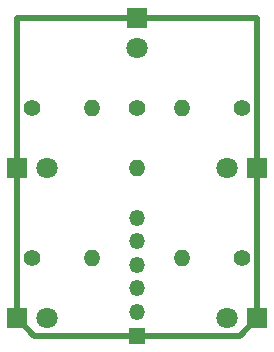
<source format=gbr>
%TF.GenerationSoftware,KiCad,Pcbnew,7.0.8*%
%TF.CreationDate,2023-11-19T13:08:37-05:00*%
%TF.ProjectId,Light Pcb,4c696768-7420-4506-9362-2e6b69636164,rev?*%
%TF.SameCoordinates,Original*%
%TF.FileFunction,Copper,L2,Bot*%
%TF.FilePolarity,Positive*%
%FSLAX46Y46*%
G04 Gerber Fmt 4.6, Leading zero omitted, Abs format (unit mm)*
G04 Created by KiCad (PCBNEW 7.0.8) date 2023-11-19 13:08:37*
%MOMM*%
%LPD*%
G01*
G04 APERTURE LIST*
%TA.AperFunction,ComponentPad*%
%ADD10R,1.350000X1.350000*%
%TD*%
%TA.AperFunction,ComponentPad*%
%ADD11O,1.350000X1.350000*%
%TD*%
%TA.AperFunction,ComponentPad*%
%ADD12C,1.400000*%
%TD*%
%TA.AperFunction,ComponentPad*%
%ADD13O,1.400000X1.400000*%
%TD*%
%TA.AperFunction,ComponentPad*%
%ADD14R,1.800000X1.800000*%
%TD*%
%TA.AperFunction,ComponentPad*%
%ADD15C,1.800000*%
%TD*%
%TA.AperFunction,Conductor*%
%ADD16C,0.500000*%
%TD*%
G04 APERTURE END LIST*
D10*
%TO.P,J1,1,Pin_1*%
%TO.N,Net-(D1-K)*%
X101600000Y-77660000D03*
D11*
%TO.P,J1,2,Pin_2*%
%TO.N,Net-(J1-Pin_2)*%
X101600000Y-75660000D03*
%TO.P,J1,3,Pin_3*%
%TO.N,Net-(J1-Pin_3)*%
X101600000Y-73660000D03*
%TO.P,J1,4,Pin_4*%
%TO.N,Net-(J1-Pin_4)*%
X101600000Y-71660000D03*
%TO.P,J1,5,Pin_5*%
%TO.N,Net-(J1-Pin_5)*%
X101600000Y-69660000D03*
%TO.P,J1,6,Pin_6*%
%TO.N,Net-(J1-Pin_6)*%
X101600000Y-67660000D03*
%TD*%
D12*
%TO.P,R5,1*%
%TO.N,Net-(D5-A)*%
X110490000Y-58420000D03*
D13*
%TO.P,R5,2*%
%TO.N,Net-(J1-Pin_3)*%
X105410000Y-58420000D03*
%TD*%
D12*
%TO.P,R4,1*%
%TO.N,Net-(D4-A)*%
X110490000Y-71120000D03*
D13*
%TO.P,R4,2*%
%TO.N,Net-(J1-Pin_2)*%
X105410000Y-71120000D03*
%TD*%
D12*
%TO.P,R3,1*%
%TO.N,Net-(D3-A)*%
X92710000Y-71120000D03*
D13*
%TO.P,R3,2*%
%TO.N,Net-(J1-Pin_4)*%
X97790000Y-71120000D03*
%TD*%
%TO.P,R2,2*%
%TO.N,Net-(J1-Pin_5)*%
X97790000Y-58420000D03*
D12*
%TO.P,R2,1*%
%TO.N,Net-(D2-A)*%
X92710000Y-58420000D03*
%TD*%
%TO.P,R1,1*%
%TO.N,Net-(D1-A)*%
X101600000Y-58420000D03*
D13*
%TO.P,R1,2*%
%TO.N,Net-(J1-Pin_6)*%
X101600000Y-63500000D03*
%TD*%
D14*
%TO.P,D5,1,K*%
%TO.N,Net-(D1-K)*%
X111760000Y-63500000D03*
D15*
%TO.P,D5,2,A*%
%TO.N,Net-(D5-A)*%
X109220000Y-63500000D03*
%TD*%
D14*
%TO.P,D4,1,K*%
%TO.N,Net-(D1-K)*%
X111760000Y-76200000D03*
D15*
%TO.P,D4,2,A*%
%TO.N,Net-(D4-A)*%
X109220000Y-76200000D03*
%TD*%
D14*
%TO.P,D3,1,K*%
%TO.N,Net-(D1-K)*%
X91440000Y-76200000D03*
D15*
%TO.P,D3,2,A*%
%TO.N,Net-(D3-A)*%
X93980000Y-76200000D03*
%TD*%
D14*
%TO.P,D2,1,K*%
%TO.N,Net-(D1-K)*%
X91440000Y-63500000D03*
D15*
%TO.P,D2,2,A*%
%TO.N,Net-(D2-A)*%
X93980000Y-63500000D03*
%TD*%
D14*
%TO.P,D1,1,K*%
%TO.N,Net-(D1-K)*%
X101600000Y-50800000D03*
D15*
%TO.P,D1,2,A*%
%TO.N,Net-(D1-A)*%
X101600000Y-53340000D03*
%TD*%
D16*
%TO.N,Net-(D1-K)*%
X91440000Y-50800000D02*
X91440000Y-63500000D01*
X101600000Y-50800000D02*
X91440000Y-50800000D01*
X111760000Y-50800000D02*
X101600000Y-50800000D01*
X111760000Y-63500000D02*
X111760000Y-50800000D01*
X111760000Y-76200000D02*
X111760000Y-63500000D01*
X91440000Y-76200000D02*
X91440000Y-63500000D01*
X92900000Y-77660000D02*
X91440000Y-76200000D01*
X101600000Y-77660000D02*
X92900000Y-77660000D01*
X110300000Y-77660000D02*
X111760000Y-76200000D01*
X101600000Y-77660000D02*
X110300000Y-77660000D01*
%TD*%
M02*

</source>
